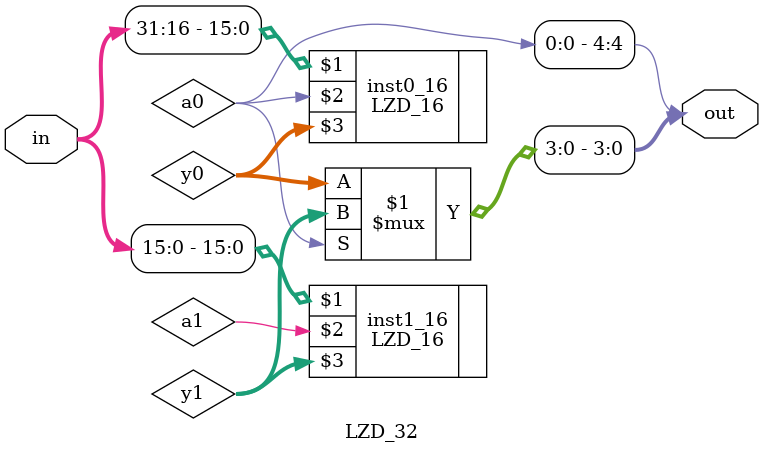
<source format=v>
(*DONT_TOUCH = "TRUE"*) module LZD_32 (
    input [31:0] in,
    output [4:0] out
);

    wire a0, a1;
    wire [3:0] y0, y1;
    
    //Instantiation
    LZD_16 inst0_16(in[31:16], a0, y0);
    LZD_16 inst1_16(in[15:0], a1, y1);

    assign out[4] = a0;

    assign out[3:0] = (a0)? y1 : y0;

endmodule
</source>
